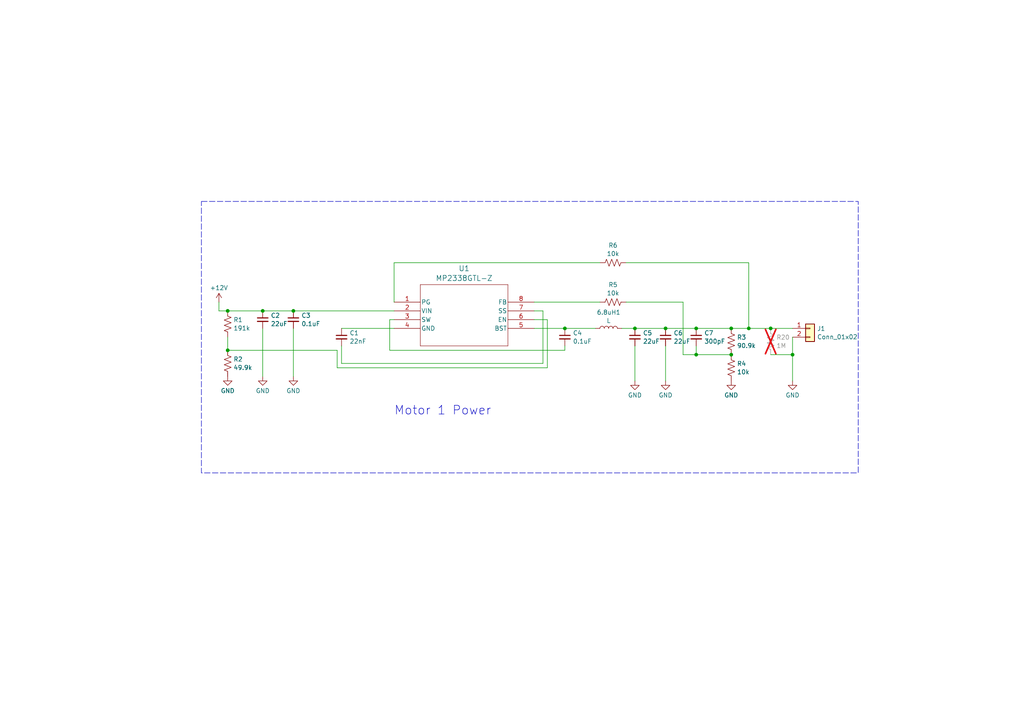
<source format=kicad_sch>
(kicad_sch (version 20230121) (generator eeschema)
  (paper "A4")
  (title_block (title "Motor 1 Power") (date "2025-02-24") (rev "v1.0") (company "By: Omkar Kulkarni"))
  (lib_symbols
    (symbol "Connector_Generic:Conn_01x02" (pin_names (offset 1.016) hide)
      (property "Reference" "J" (at 0 2.54 0))
      (property "Value" "Conn_01x02" (at 0 -5.08 0))
      (symbol "Conn_01x02_1_1"
        (rectangle (start -1.27 -2.413) (end 0 -2.667) (stroke (width 0.1524)))
        (rectangle (start -1.27 0.127) (end 0 -0.127) (stroke (width 0.1524)))
        (rectangle (start -1.27 1.27) (end 1.27 -3.81) (stroke (width 0.254)) (fill (type background)))
        (pin passive line (at -5.08 0 0) (length 3.81) (name "Pin_1") (number "1"))
        (pin passive line (at -5.08 -2.54 0) (length 3.81) (name "Pin_2") (number "2"))
      )
    )
    (symbol "Device:C_Small" (pin_numbers hide) (pin_names (offset 0.254) hide)
      (property "Reference" "C" (at 0.254 1.778 0))
      (property "Value" "C_Small" (at 0.254 -2.032 0))
      (symbol "C_Small_0_1"
        (polyline (pts (xy -1.524 -0.508) (xy 1.524 -0.508)) (stroke (width 0.3302)))
        (polyline (pts (xy -1.524 0.508) (xy 1.524 0.508)) (stroke (width 0.3048)))
      )
      (symbol "C_Small_1_1"
        (pin passive line (at 0 2.54 270) (length 2.032) (name "~") (number "1"))
        (pin passive line (at 0 -2.54 90) (length 2.032) (name "~") (number "2"))
      )
    )
    (symbol "Device:R_US" (pin_numbers hide) (pin_names (offset 0))
      (property "Reference" "R" (at 2.54 0 90))
      (property "Value" "R_US" (at -2.54 0 90))
      (symbol "R_US_0_1"
        (polyline (pts (xy 0 -2.286) (xy 0 -2.54)))
        (polyline (pts (xy 0 2.286) (xy 0 2.54)))
        (polyline (pts (xy 0 -0.762) (xy 1.016 -1.143) (xy 0 -1.524) (xy -1.016 -1.905) (xy 0 -2.286)))
        (polyline (pts (xy 0 0.762) (xy 1.016 0.381) (xy 0 0) (xy -1.016 -0.381) (xy 0 -0.762)))
        (polyline (pts (xy 0 2.286) (xy 1.016 1.905) (xy 0 1.524) (xy -1.016 1.143) (xy 0 0.762)))
      )
      (symbol "R_US_1_1"
        (pin passive line (at 0 3.81 270) (length 1.27) (name "~") (number "1"))
        (pin passive line (at 0 -3.81 90) (length 1.27) (name "~") (number "2"))
      )
    )
    (symbol "MP2338GTL-Z:MP2338GTL-Z" (pin_names (offset 0.254))
      (property "Reference" "U" (at 20.32 10.16 0))
      (property "Value" "MP2338GTL-Z" (at 20.32 7.62 0))
      (symbol "MP2338GTL-Z_0_1"
        (polyline (pts (xy 7.62 -12.7) (xy 33.02 -12.7)) (stroke (width 0.127)))
        (polyline (pts (xy 7.62 5.08) (xy 7.62 -12.7)) (stroke (width 0.127)))
        (polyline (pts (xy 33.02 -12.7) (xy 33.02 5.08)) (stroke (width 0.127)))
        (polyline (pts (xy 33.02 5.08) (xy 7.62 5.08)) (stroke (width 0.127)))
        (pin output line (at 0 0 0) (length 7.62) (name "PG") (number "1"))
        (pin power_in line (at 0 -2.54 0) (length 7.62) (name "VIN") (number "2"))
        (pin output line (at 0 -5.08 0) (length 7.62) (name "SW") (number "3"))
        (pin power_in line (at 0 -7.62 0) (length 7.62) (name "GND") (number "4"))
        (pin power_in line (at 40.64 -7.62 180) (length 7.62) (name "BST") (number "5"))
        (pin input line (at 40.64 -5.08 180) (length 7.62) (name "EN") (number "6"))
        (pin output line (at 40.64 0 180) (length 7.62) (name "FB") (number "8"))
      )
      (symbol "MP2338GTL-Z_1_1"
        (pin input line (at 40.64 -2.54 180) (length 7.62) (name "SS") (number "7"))
      )
    )
    (symbol "device:L" (pin_numbers hide) (pin_names (offset 1.016) hide)
      (property "Reference" "L" (at -1.27 0 90))
      (property "Value" "L" (at 1.905 0 90))
      (symbol "L_0_1"
        (arc (start 0 -2.54) (mid 0.6323 -1.905) (end 0 -1.27))
        (arc (start 0 -1.27) (mid 0.6323 -0.635) (end 0 0))
        (arc (start 0 0) (mid 0.6323 0.635) (end 0 1.27))
        (arc (start 0 1.27) (mid 0.6323 1.905) (end 0 2.54))
      )
      (symbol "L_1_1"
        (pin passive line (at 0 3.81 270) (length 1.27) (name "1") (number "1"))
        (pin passive line (at 0 -3.81 90) (length 1.27) (name "2") (number "2"))
      )
    )
    (symbol "power:+12V" (power) (pin_names (offset 0))
      (property "Value" "+12V" (at 0 3.556 0))
      (symbol "+12V_0_1"
        (polyline (pts (xy -0.762 1.27) (xy 0 2.54)))
        (polyline (pts (xy 0 0) (xy 0 2.54)))
        (polyline (pts (xy 0 2.54) (xy 0.762 1.27)))
      )
      (symbol "+12V_1_1"
        (pin power_in line (at 0 0 90) (length 0) hide (name "+12V") (number "1"))
      )
    )
    (symbol "power:GND" (power) (pin_names (offset 0))
      (property "Value" "GND" (at 0 -3.81 0))
      (symbol "GND_0_1"
        (polyline (pts (xy 0 0) (xy 0 -1.27) (xy 1.27 -1.27) (xy 0 -2.54) (xy -1.27 -1.27) (xy 0 -1.27)))
      )
      (symbol "GND_1_1"
        (pin power_in line (at 0 0 270) (length 0) hide (name "GND") (number "1"))
      )
    )
  )
  (junction (at 66.04 101.6))
  (junction (at 193.04 95.25))
  (junction (at 201.93 95.25))
  (junction (at 184.15 95.25))
  (junction (at 212.09 95.25))
  (junction (at 66.04 90.17))
  (junction (at 229.87 102.87))
  (junction (at 85.09 90.17))
  (junction (at 217.17 95.25))
  (junction (at 201.93 102.87))
  (junction (at 163.83 95.25))
  (junction (at 76.2 90.17))
  (junction (at 212.09 102.87))
  (junction (at 223.52 95.25))
  (wire (pts (xy 212.09 95.25) (xy 217.17 95.25)))
  (wire (pts (xy 198.12 87.63) (xy 198.12 102.87)))
  (wire (pts (xy 229.87 102.87) (xy 229.87 110.49)))
  (wire (pts (xy 114.3 87.63) (xy 114.3 76.2)))
  (wire (pts (xy 184.15 95.25) (xy 193.04 95.25)))
  (wire (pts (xy 113.03 92.71) (xy 114.3 92.71)))
  (wire (pts (xy 63.5 90.17) (xy 66.04 90.17)))
  (wire (pts (xy 223.52 95.25) (xy 229.87 95.25)))
  (wire (pts (xy 158.75 106.68) (xy 158.75 92.71)))
  (wire (pts (xy 217.17 95.25) (xy 223.52 95.25)))
  (wire (pts (xy 181.61 87.63) (xy 198.12 87.63)))
  (wire (pts (xy 229.87 97.79) (xy 229.87 102.87)))
  (wire (pts (xy 217.17 76.2) (xy 217.17 95.25)))
  (wire (pts (xy 63.5 87.63) (xy 63.5 90.17)))
  (wire (pts (xy 158.75 92.71) (xy 154.94 92.71)))
  (wire (pts (xy 76.2 95.25) (xy 76.2 109.22)))
  (wire (pts (xy 163.83 100.33) (xy 163.83 101.6)))
  (wire (pts (xy 201.93 102.87) (xy 212.09 102.87)))
  (wire (pts (xy 163.83 95.25) (xy 154.94 95.25)))
  (wire (pts (xy 113.03 101.6) (xy 113.03 92.71)))
  (wire (pts (xy 201.93 95.25) (xy 212.09 95.25)))
  (wire (pts (xy 66.04 90.17) (xy 76.2 90.17)))
  (wire (pts (xy 198.12 102.87) (xy 201.93 102.87)))
  (wire (pts (xy 85.09 95.25) (xy 85.09 109.22)))
  (wire (pts (xy 76.2 90.17) (xy 85.09 90.17)))
  (wire (pts (xy 99.06 100.33) (xy 99.06 105.41)))
  (wire (pts (xy 85.09 90.17) (xy 114.3 90.17)))
  (wire (pts (xy 99.06 95.25) (xy 114.3 95.25)))
  (wire (pts (xy 193.04 95.25) (xy 201.93 95.25)))
  (wire (pts (xy 163.83 95.25) (xy 172.72 95.25)))
  (wire (pts (xy 97.79 101.6) (xy 97.79 106.68)))
  (wire (pts (xy 99.06 105.41) (xy 157.48 105.41)))
  (wire (pts (xy 66.04 97.79) (xy 66.04 101.6)))
  (wire (pts (xy 180.34 95.25) (xy 184.15 95.25)))
  (wire (pts (xy 157.48 90.17) (xy 154.94 90.17)))
  (wire (pts (xy 66.04 101.6) (xy 97.79 101.6)))
  (wire (pts (xy 223.52 102.87) (xy 229.87 102.87)))
  (wire (pts (xy 157.48 105.41) (xy 157.48 90.17)))
  (wire (pts (xy 113.03 101.6) (xy 163.83 101.6)))
  (wire (pts (xy 97.79 106.68) (xy 158.75 106.68)))
  (wire (pts (xy 114.3 76.2) (xy 173.99 76.2)))
  (wire (pts (xy 201.93 100.33) (xy 201.93 102.87)))
  (wire (pts (xy 154.94 87.63) (xy 173.99 87.63)))
  (wire (pts (xy 184.15 100.33) (xy 184.15 110.49)))
  (wire (pts (xy 181.61 76.2) (xy 217.17 76.2)))
  (wire (pts (xy 193.04 100.33) (xy 193.04 110.49)))
  (rectangle (start 58.42 58.42) (end 248.92 137.16) (stroke (width 0) (type dash)))
  (text "Motor 1 Power" (at 114.3 120.65 0) (effects (font (size 2.54 2.54)) (justify left bottom)))
  (symbol (lib_id "Device:C_Small") (at 184.15 97.79 0) (unit 1)
    (property "Reference" "C5" (at 186.4741 96.5842 0) (effects (justify left)))
    (property "Value" "22uF" (at 186.4741 99.0084 0) (effects (justify left)))
    (instances (project "power_v1.0" (path "" (reference "C5") (unit 1)) (path "" (reference "C12") (unit 1)) (path "" (reference "C5") (unit 1)) (path "" (reference "C19") (unit 1))))
  )
  (symbol (lib_id "Device:R_US") (at 177.8 87.63 90) (unit 1)
    (property "Reference" "R5" (at 177.8 82.5967 90))
    (property "Value" "10k" (at 177.8 85.0209 90))
    (instances (project "power_v1.0" (path "" (reference "R5") (unit 1)) (path "" (reference "R10") (unit 1)) (path "" (reference "R4") (unit 1)) (path "" (reference "R16") (unit 1))))
  )
  (symbol (lib_id "Device:C_Small") (at 99.06 97.79 0) (unit 1)
    (property "Reference" "C1" (at 101.3841 96.5842 0) (effects (justify left)))
    (property "Value" "22nF" (at 101.3841 99.0084 0) (effects (justify left)))
    (instances (project "power_v1.0" (path "" (reference "C1") (unit 1)) (path "" (reference "C10") (unit 1)) (path "" (reference "C3") (unit 1)) (path "" (reference "C17") (unit 1))))
  )
  (symbol (lib_id "power:GND") (at 193.04 110.49 0) (unit 1)
    (property "Reference" "#PWR07" (effects hide))
    (property "Value" "GND" (at 193.04 114.6231 0))
    (instances (project "power_v1.0" (path "" (reference "#PWR07") (unit 1)) (path "" (reference "#PWR014") (unit 1)) (path "" (reference "#PWR07") (unit 1)) (path "" (reference "#PWR022") (unit 1))))
  )
  (symbol (lib_id "Device:R_US") (at 66.04 105.41 0) (unit 1)
    (property "Reference" "R2" (at 67.691 104.1979 0) (effects (justify left)))
    (property "Value" "49.9k" (at 67.691 106.6221 0) (effects (justify left)))
    (instances (project "power_v1.0" (path "" (reference "R2") (unit 1)) (path "" (reference "R8") (unit 1)) (path "" (reference "R2") (unit 1)) (path "" (reference "R14") (unit 1))))
  )
  (symbol (lib_id "power:+12V") (at 63.5 87.63 0) (unit 1)
    (property "Reference" "#PWR03" (effects hide))
    (property "Value" "+12V" (at 63.5 83.4969 0))
    (instances (project "power_v1.0" (path "" (reference "#PWR03") (unit 1)) (path "" (reference "#PWR05") (unit 1)) (path "" (reference "#PWR01") (unit 1)) (path "" (reference "#PWR017") (unit 1))))
  )
  (symbol (lib_id "Device:C_Small") (at 201.93 97.79 0) (unit 1)
    (property "Reference" "C7" (at 204.2541 96.5842 0) (effects (justify left)))
    (property "Value" "300pF" (at 204.2541 99.0084 0) (effects (justify left)))
    (instances (project "power_v1.0" (path "" (reference "C7") (unit 1)) (path "" (reference "C14") (unit 1)) (path "" (reference "C7") (unit 1)) (path "" (reference "C21") (unit 1))))
  )
  (symbol (lib_id "power:GND") (at 66.04 109.22 0) (unit 1)
    (property "Reference" "#PWR04" (effects hide))
    (property "Value" "GND" (at 66.04 113.3531 0))
    (instances (project "power_v1.0" (path "" (reference "#PWR04") (unit 1)) (path "" (reference "#PWR010") (unit 1)) (path "" (reference "#PWR02") (unit 1)) (path "" (reference "#PWR018") (unit 1))))
  )
  (symbol (lib_id "Device:R_US") (at 212.09 99.06 0) (unit 1)
    (property "Reference" "R3" (at 213.741 97.8479 0) (effects (justify left)))
    (property "Value" "90.9k" (at 213.741 100.2721 0) (effects (justify left)))
    (instances (project "power_v1.0" (path "" (reference "R3") (unit 1)) (path "" (reference "R11") (unit 1)) (path "" (reference "R5") (unit 1)) (path "" (reference "R17") (unit 1))))
  )
  (symbol (lib_id "power:GND") (at 85.09 109.22 0) (unit 1)
    (property "Reference" "#PWR02" (effects hide))
    (property "Value" "GND" (at 85.09 113.3531 0))
    (instances (project "power_v1.0" (path "" (reference "#PWR02") (unit 1)) (path "" (reference "#PWR012") (unit 1)) (path "" (reference "#PWR04") (unit 1)) (path "" (reference "#PWR020") (unit 1))))
  )
  (symbol (lib_id "Device:R_US") (at 177.8 76.2 90) (unit 1)
    (property "Reference" "R6" (at 177.8 71.1667 90))
    (property "Value" "10k" (at 177.8 73.5909 90))
    (instances (project "power_v1.0" (path "" (reference "R6") (unit 1)) (path "" (reference "R9") (unit 1)) (path "" (reference "R3") (unit 1)) (path "" (reference "R15") (unit 1))))
  )
  (symbol (lib_id "Device:C_Small") (at 85.09 92.71 0) (unit 1)
    (property "Reference" "C3" (at 87.4141 91.5042 0) (effects (justify left)))
    (property "Value" "0.1uF" (at 87.4141 93.9284 0) (effects (justify left)))
    (instances (project "power_v1.0" (path "" (reference "C3") (unit 1)) (path "" (reference "C9") (unit 1)) (path "" (reference "C2") (unit 1)) (path "" (reference "C16") (unit 1))))
  )
  (symbol (lib_id "power:GND") (at 212.09 110.49 0) (unit 1)
    (property "Reference" "#PWR06" (effects hide))
    (property "Value" "GND" (at 212.09 114.6231 0))
    (instances (project "power_v1.0" (path "" (reference "#PWR06") (unit 1)) (path "" (reference "#PWR015") (unit 1)) (path "" (reference "#PWR08") (unit 1)) (path "" (reference "#PWR023") (unit 1))))
  )
  (symbol (lib_id "power:GND") (at 76.2 109.22 0) (unit 1)
    (property "Reference" "#PWR01" (effects hide))
    (property "Value" "GND" (at 76.2 113.3531 0))
    (instances (project "power_v1.0" (path "" (reference "#PWR01") (unit 1)) (path "" (reference "#PWR011") (unit 1)) (path "" (reference "#PWR03") (unit 1)) (path "" (reference "#PWR019") (unit 1))))
  )
  (symbol (lib_id "Device:C_Small") (at 193.04 97.79 0) (unit 1)
    (property "Reference" "C6" (at 195.3641 96.5842 0) (effects (justify left)))
    (property "Value" "22uF" (at 195.3641 99.0084 0) (effects (justify left)))
    (instances (project "power_v1.0" (path "" (reference "C6") (unit 1)) (path "" (reference "C13") (unit 1)) (path "" (reference "C6") (unit 1)) (path "" (reference "C20") (unit 1))))
  )
  (symbol (lib_id "Device:R_US") (at 212.09 106.68 0) (unit 1)
    (property "Reference" "R4" (at 213.741 105.4679 0) (effects (justify left)))
    (property "Value" "10k" (at 213.741 107.8921 0) (effects (justify left)))
    (instances (project "power_v1.0" (path "" (reference "R4") (unit 1)) (path "" (reference "R12") (unit 1)) (path "" (reference "R6") (unit 1)) (path "" (reference "R18") (unit 1))))
  )
  (symbol (lib_id "Device:C_Small") (at 76.2 92.71 0) (unit 1)
    (property "Reference" "C2" (at 78.5241 91.5042 0) (effects (justify left)))
    (property "Value" "22uF" (at 78.5241 93.9284 0) (effects (justify left)))
    (instances (project "power_v1.0" (path "" (reference "C2") (unit 1)) (path "" (reference "C8") (unit 1)) (path "" (reference "C1") (unit 1)) (path "" (reference "C15") (unit 1))))
  )
  (symbol (lib_id "Connector_Generic:Conn_01x02") (at 234.95 95.25 0) (unit 1)
    (property "Reference" "J1" (at 236.982 95.3079 0) (effects (justify left)))
    (property "Value" "Conn_01x02" (at 236.982 97.7321 0) (effects (justify left)))
    (instances (project "power_v1.0" (path "" (reference "J1") (unit 1)) (path "" (reference "J2") (unit 1)) (path "" (reference "J1") (unit 1)) (path "" (reference "J3") (unit 1))))
  )
  (symbol (lib_id "power:GND") (at 229.87 110.49 0) (unit 1)
    (property "Reference" "#PWR09" (effects hide))
    (property "Value" "GND" (at 229.87 114.6231 0))
    (instances (project "power_v1.0" (path "" (reference "#PWR09") (unit 1)) (path "" (reference "#PWR016") (unit 1)) (path "" (reference "#PWR09") (unit 1)) (path "" (reference "#PWR024") (unit 1))))
  )
  (symbol (lib_id "power:GND") (at 184.15 110.49 0) (unit 1)
    (property "Reference" "#PWR08" (effects hide))
    (property "Value" "GND" (at 184.15 114.6231 0))
    (instances (project "power_v1.0" (path "" (reference "#PWR08") (unit 1)) (path "" (reference "#PWR013") (unit 1)) (path "" (reference "#PWR06") (unit 1)) (path "" (reference "#PWR021") (unit 1))))
  )
  (symbol (lib_id "MP2338GTL-Z:MP2338GTL-Z") (at 114.3 87.63 0) (unit 1)
    (property "Reference" "U1" (at 134.62 77.8563 0) (effects (font (size 1.524 1.524))))
    (property "Value" "MP2338GTL-Z" (at 134.62 80.6891 0) (effects (font (size 1.524 1.524))))
    (property "Footprint" "SOT583_MP2338_MNP" (effects hide))
    (property "Datasheet" "MP2338GTL-Z" (effects hide))
    (instances (project "power_v1.0" (path "" (reference "U1") (unit 1)) (path "" (reference "U2") (unit 1)) (path "" (reference "U1") (unit 1)) (path "" (reference "U3") (unit 1))))
  )
  (symbol (lib_id "Device:C_Small") (at 163.83 97.79 0) (unit 1)
    (property "Reference" "C4" (at 166.1541 96.5842 0) (effects (justify left)))
    (property "Value" "0.1uF" (at 166.1541 99.0084 0) (effects (justify left)))
    (instances (project "power_v1.0" (path "" (reference "C4") (unit 1)) (path "" (reference "C11") (unit 1)) (path "" (reference "C4") (unit 1)) (path "" (reference "C18") (unit 1))))
  )
  (symbol (lib_id "device:L") (at 176.53 95.25 90) (unit 1)
    (property "Reference" "6.8uH1" (at 176.53 90.6004 90))
    (property "Value" "L" (at 176.53 93.0246 90))
    (instances (project "power_v1.0" (path "" (reference "6.8uH1") (unit 1)) (path "" (reference "6.8uH2") (unit 1)) (path "" (reference "6.8uH1") (unit 1)) (path "" (reference "6.8uH3") (unit 1))))
  )
  (symbol (lib_id "Device:R_US") (at 223.52 99.06 0) (unit 1) (dnp yes)
    (property "Reference" "R20" (at 225.171 97.8479 0) (effects (justify left)))
    (property "Value" "1M" (at 225.171 100.2721 0) (effects (justify left)))
  )
  (symbol (lib_id "Device:R_US") (at 66.04 93.98 0) (unit 1)
    (property "Reference" "R1" (at 67.691 92.7679 0) (effects (justify left)))
    (property "Value" "191k" (at 67.691 95.1921 0) (effects (justify left)))
    (instances (project "power_v1.0" (path "" (reference "R1") (unit 1)) (path "" (reference "R7") (unit 1)) (path "" (reference "R1") (unit 1)) (path "" (reference "R13") (unit 1))))
  )
)
</source>
